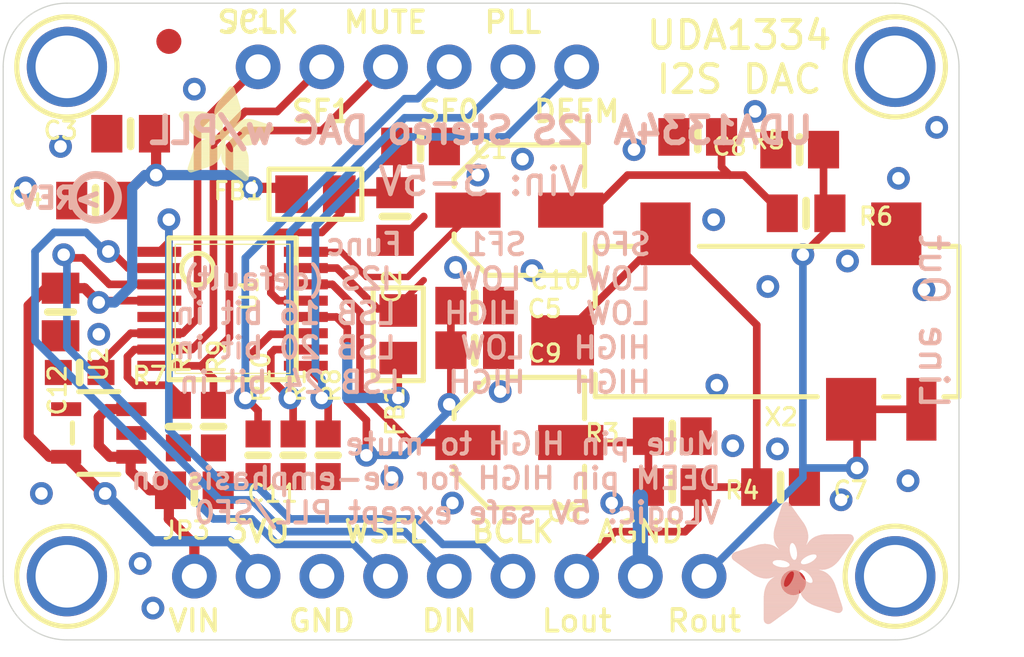
<source format=kicad_pcb>
(kicad_pcb (version 20211014) (generator pcbnew)
  (layers (0 "F.Cu" signal) (31 "B.Cu" signal) (34 "B.Paste" user) (35 "F.Paste" user) (36 "B.SilkS" user "B.Silkscreen") (37 "F.SilkS" user "F.Silkscreen") (38 "B.Mask" user) (39 "F.Mask" user) (44 "Edge.Cuts" user))
  (net 0 "")
  (net 1 "N$2")
  (net 2 "GND")
  (net 3 "N$7")
  (net 4 "N$8")
  (net 5 "OUTL")
  (net 6 "OUTR")
  (net 7 "N$1")
  (net 8 "DEEM/CLKOUT")
  (net 9 "MUTE")
  (net 10 "SFOR0")
  (net 11 "SFOR1")
  (net 12 "PLL_IN")
  (net 13 "SYSCLK_IN")
  (net 14 "BITCLK_IN")
  (net 15 "WORDSEL_IN")
  (net 16 "DATA_IN")
  (net 17 "3.3V")
  (net 18 "VIN")
  (net 19 "N$3")
  (net 20 "N$4")
  (net 21 "AGND")
  (footprint "boardEagle:0805-NO" (layer "F.Cu") (at 161.2011 98.1456 180)
    (fp_text reference "C8" (at 2.032 0.127) (layer "F.SilkS") (effects (font (size 0.692831 0.692831) (thickness 0.119969)) (justify right)))
    (fp_text value "0.01uF")
    (pad "1" smd rect (at -0.95 0 180) (size 1.24 1.5) (layers "F.Cu" "F.Paste" "F.Mask") (net 6 "OUTR"))
    (pad "2" smd rect (at 0.95 0 180) (size 1.24 1.5) (layers "F.Cu" "F.Paste" "F.Mask") (net 21 "AGND"))
  )
  (footprint "boardEagle:0805-NO" (layer "F.Cu") (at 157.1371 97.6376)
    (fp_text reference "R5" (at 2.032 0.127) (layer "F.SilkS") (effects (font (size 0.692831 0.692831) (thickness 0.119969)) (justify left)))
    (fp_text value "220k")
    (pad "1" smd rect (at -0.95 0) (size 1.24 1.5) (layers "F.Cu" "F.Paste" "F.Mask") (net 21 "AGND"))
    (pad "2" smd rect (at 0.95 0) (size 1.24 1.5) (layers "F.Cu" "F.Paste" "F.Mask") (net 4 "N$8"))
  )
  (footprint "boardEagle:0805-NO" (layer "F.Cu") (at 161.4551 100.6856)
    (fp_text reference "R6" (at 2.032 0.127) (layer "F.SilkS") (effects (font (size 0.692831 0.692831) (thickness 0.119969)) (justify left)))
    (fp_text value "100")
    (pad "1" smd rect (at -0.95 0) (size 1.24 1.5) (layers "F.Cu" "F.Paste" "F.Mask") (net 4 "N$8"))
    (pad "2" smd rect (at 0.95 0) (size 1.24 1.5) (layers "F.Cu" "F.Paste" "F.Mask") (net 6 "OUTR"))
  )
  (footprint "boardEagle:0805" (layer "F.Cu") (at 145.1991 105.5116 -90)
    (fp_text reference "FB2" (at 2.032 0.127 90) (layer "F.SilkS") (effects (font (size 0.692831 0.692831) (thickness 0.119969)) (justify right)))
    (fp_text value "Ferrite")
    (pad "1" smd rect (at -0.95 0 270) (size 1.3 1.5) (layers "F.Cu" "F.Paste" "F.Mask") (net 21 "AGND"))
    (pad "2" smd rect (at 0.95 0 270) (size 1.3 1.5) (layers "F.Cu" "F.Paste" "F.Mask") (net 2 "GND"))
  )
  (footprint "boardEagle:MOUNTINGHOLE_2.5_PLATED" (layer "F.Cu") (at 165.0111 94.8436)
    (fp_text reference "U$14" hide)
    (fp_text value "MOUNTINGHOLE2.5" hide)
    (pad "P$1" thru_hole circle (at 0 0) (size 3.2 3.2) (drill 2.5) (layers *.Cu *.Mask))
  )
  (footprint "boardEagle:0805-NO" (layer "F.Cu") (at 156.1211 109.5756 180)
    (fp_text reference "R3" (at 2.032 0.127) (layer "F.SilkS") (effects (font (size 0.692831 0.692831) (thickness 0.119969)) (justify right)))
    (fp_text value "220k")
    (pad "1" smd rect (at -0.95 0 180) (size 1.24 1.5) (layers "F.Cu" "F.Paste" "F.Mask") (net 21 "AGND"))
    (pad "2" smd rect (at 0.95 0 180) (size 1.24 1.5) (layers "F.Cu" "F.Paste" "F.Mask") (net 3 "N$7"))
  )
  (footprint "boardEagle:SSOP16_4.4MM" (layer "F.Cu") (at 138.5951 104.4956 -90)
    (fp_text reference "U1" (at -1.367 -0.6604 90) (layer "F.SilkS") (effects (font (size 0.692831 0.692831) (thickness 0.119969)) (justify right)))
    (fp_text value "UDA1334ATS")
    (pad "1" smd rect (at -2.275 2.92 270) (size 0.4 1.75) (layers "F.Cu" "F.Paste" "F.Mask") (net 14 "BITCLK_IN"))
    (pad "2" smd rect (at -1.625 2.92 270) (size 0.4 1.75) (layers "F.Cu" "F.Paste" "F.Mask") (net 15 "WORDSEL_IN"))
    (pad "3" smd rect (at -0.975 2.92 270) (size 0.4 1.75) (layers "F.Cu" "F.Paste" "F.Mask") (net 16 "DATA_IN"))
    (pad "4" smd rect (at -0.325 2.92 270) (size 0.4 1.75) (layers "F.Cu" "F.Paste" "F.Mask") (net 17 "3.3V"))
    (pad "5" smd rect (at 0.325 2.92 270) (size 0.4 1.75) (layers "F.Cu" "F.Paste" "F.Mask") (net 2 "GND"))
    (pad "6" smd rect (at 0.975 2.92 270) (size 0.4 1.75) (layers "F.Cu" "F.Paste" "F.Mask") (net 13 "SYSCLK_IN"))
    (pad "7" smd rect (at 1.625 2.92 270) (size 0.4 1.75) (layers "F.Cu" "F.Paste" "F.Mask") (net 11 "SFOR1"))
    (pad "8" smd rect (at 2.275 2.92 270) (size 0.4 1.75) (layers "F.Cu" "F.Paste" "F.Mask") (net 9 "MUTE"))
    (pad "9" smd rect (at 2.275 -2.92 270) (size 0.4 1.75) (layers "F.Cu" "F.Paste" "F.Mask") (net 8 "DEEM/CLKOUT"))
    (pad "10" smd rect (at 1.625 -2.92 270) (size 0.4 1.75) (layers "F.Cu" "F.Paste" "F.Mask") (net 12 "PLL_IN"))
    (pad "11" smd rect (at 0.975 -2.92 270) (size 0.4 1.75) (layers "F.Cu" "F.Paste" "F.Mask") (net 10 "SFOR0"))
    (pad "12" smd rect (at 0.325 -2.92 270) (size 0.4 1.75) (layers "F.Cu" "F.Paste" "F.Mask") (net 7 "N$1"))
    (pad "13" smd rect (at -0.325 -2.92 270) (size 0.4 1.75) (layers "F.Cu" "F.Paste" "F.Mask") (net 1 "N$2"))
    (pad "14" smd rect (at -0.975 -2.92 270) (size 0.4 1.75) (layers "F.Cu" "F.Paste" "F.Mask") (net 20 "N$4"))
    (pad "15" smd rect (at -1.625 -2.92 270) (size 0.4 1.75) (layers "F.Cu" "F.Paste" "F.Mask") (net 21 "AGND"))
    (pad "16" smd rect (at -2.275 -2.92 270) (size 0.4 1.75) (layers "F.Cu" "F.Paste" "F.Mask") (net 19 "N$3"))
  )
  (footprint "boardEagle:0805-NO" (layer "F.Cu") (at 133.1341 100.1776 180)
    (fp_text reference "C4" (at 2.032 0.127) (layer "F.SilkS") (effects (font (size 0.692831 0.692831) (thickness 0.119969)) (justify right)))
    (fp_text value "10uF")
    (pad "1" smd rect (at -0.95 0 180) (size 1.24 1.5) (layers "F.Cu" "F.Paste" "F.Mask") (net 17 "3.3V"))
    (pad "2" smd rect (at 0.95 0 180) (size 1.24 1.5) (layers "F.Cu" "F.Paste" "F.Mask") (net 2 "GND"))
  )
  (footprint "boardEagle:FIDUCIAL_1MM" (layer "F.Cu") (at 160.9471 115.4176)
    (fp_text reference "FID2" hide)
    (fp_text value "FIDUCIAL_1MM" hide)
    (pad "1" smd roundrect (at 0 0) (size 1 1) (layers "F.Cu" "F.Mask") (roundrect_rratio 0.5))
  )
  (footprint "boardEagle:MOUNTINGHOLE_2.5_PLATED" (layer "F.Cu") (at 131.9911 94.8436)
    (fp_text reference "U$13" hide)
    (fp_text value "MOUNTINGHOLE2.5" hide)
    (pad "P$1" thru_hole circle (at 0 0) (size 3.2 3.2) (drill 2.5) (layers *.Cu *.Mask))
  )
  (footprint "boardEagle:FIDUCIAL_1MM" (layer "F.Cu") (at 136.0551 93.8276)
    (fp_text reference "FID1" hide)
    (fp_text value "FIDUCIAL_1MM" hide)
    (pad "1" smd roundrect (at 0 0) (size 1 1) (layers "F.Cu" "F.Mask") (roundrect_rratio 0.5))
  )
  (footprint "boardEagle:0805-NO" (layer "F.Cu") (at 156.1211 111.6076)
    (fp_text reference "R4" (at 2.032 0.127) (layer "F.SilkS") (effects (font (size 0.692831 0.692831) (thickness 0.119969)) (justify left)))
    (fp_text value "100")
    (pad "1" smd rect (at -0.95 0) (size 1.24 1.5) (layers "F.Cu" "F.Paste" "F.Mask") (net 3 "N$7"))
    (pad "2" smd rect (at 0.95 0) (size 1.24 1.5) (layers "F.Cu" "F.Paste" "F.Mask") (net 5 "OUTL"))
  )
  (footprint "boardEagle:4UCONN_19269" (layer "F.Cu") (at 167.5511 105.0036 180)
    (fp_text reference "X2" (at 6.35 -3.81) (layer "F.SilkS") (effects (font (size 0.692831 0.692831) (thickness 0.119969)) (justify right)))
    (fp_text value "19269")
    (pad "" np_thru_hole circle (at 3.5 0 180) (size 2 2) (drill 2) (layers *.Cu *.Mask))
    (pad "" np_thru_hole circle (at 10.5 0 180) (size 2 2) (drill 2) (layers *.Cu *.Mask))
    (pad "1" smd rect (at 2.5 3.5 180) (size 2 2.5) (layers "F.Cu" "F.Paste" "F.Mask") (net 21 "AGND"))
    (pad "2" smd rect (at 11.7 3.5 180) (size 2 2.5) (layers "F.Cu" "F.Paste" "F.Mask") (net 5 "OUTL"))
    (pad "3" smd rect (at 4.3 -3.5 180) (size 2 2.5) (layers "F.Cu" "F.Paste" "F.Mask") (net 6 "OUTR"))
    (pad "4" smd rect (at 15.8 -0.75 270) (size 2 2.5) (layers "F.Cu" "F.Paste" "F.Mask") (net 5 "OUTL"))
    (pad "5" smd rect (at 1.5 -3.5 180) (size 1.2 2.5) (layers "F.Cu" "F.Paste" "F.Mask") (net 6 "OUTR"))
  )
  (footprint "boardEagle:0805-NO" (layer "F.Cu") (at 160.4391 111.6076)
    (fp_text reference "C7" (at 2.032 0.127) (layer "F.SilkS") (effects (font (size 0.692831 0.692831) (thickness 0.119969)) (justify left)))
    (fp_text value "0.01uF")
    (pad "1" smd rect (at -0.95 0) (size 1.24 1.5) (layers "F.Cu" "F.Paste" "F.Mask") (net 5 "OUTL"))
    (pad "2" smd rect (at 0.95 0) (size 1.24 1.5) (layers "F.Cu" "F.Paste" "F.Mask") (net 21 "AGND"))
  )
  (footprint "boardEagle:ADAFRUIT_3.5MM" (layer "F.Cu") (at 136.4361 99.4156)
    (fp_text reference "U$29" hide)
    (fp_text value "" hide)
  )
  (footprint "boardEagle:0805-NO" (layer "F.Cu") (at 146.0881 98.0186)
    (fp_text reference "C1" (at 2.032 0.127) (layer "F.SilkS") (effects (font (size 0.692831 0.692831) (thickness 0.119969)) (justify left)))
    (fp_text value "0.1uF")
    (pad "1" smd rect (at -0.95 0) (size 1.24 1.5) (layers "F.Cu" "F.Paste" "F.Mask") (net 1 "N$2"))
    (pad "2" smd rect (at 0.95 0) (size 1.24 1.5) (layers "F.Cu" "F.Paste" "F.Mask") (net 21 "AGND"))
  )
  (footprint "boardEagle:SOT23-5" (layer "F.Cu") (at 133.2611 109.4486 90)
    (fp_text reference "U2" (at 1.978 0 90) (layer "F.SilkS") (effects (font (size 0.692831 0.692831) (thickness 0.119969)) (justify left)))
    (fp_text value "MIC5225-3.3")
    (pad "1" smd rect (at -0.95 1.3001 90) (size 0.55 1.2) (layers "F.Cu" "F.Paste" "F.Mask") (net 18 "VIN"))
    (pad "2" smd rect (at 0 1.3001 90) (size 0.55 1.2) (layers "F.Cu" "F.Paste" "F.Mask") (net 2 "GND"))
    (pad "3" smd rect (at 0.95 1.3001 90) (size 0.55 1.2) (layers "F.Cu" "F.Paste" "F.Mask") (net 18 "VIN"))
    (pad "4" smd rect (at 0.95 -1.3001 90) (size 0.55 1.2) (layers "F.Cu" "F.Paste" "F.Mask"))
    (pad "5" smd rect (at -0.95 -1.3001 90) (size 0.55 1.2) (layers "F.Cu" "F.Paste" "F.Mask") (net 17 "3.3V"))
  )
  (footprint "boardEagle:0805" (layer "F.Cu") (at 141.8971 99.9236 180)
    (fp_text reference "FB1" (at 2.032 0.127) (layer "F.SilkS") (effects (font (size 0.692831 0.692831) (thickness 0.119969)) (justify right)))
    (fp_text value "Ferrite")
    (pad "1" smd rect (at -0.95 0 180) (size 1.3 1.5) (layers "F.Cu" "F.Paste" "F.Mask") (net 1 "N$2"))
    (pad "2" smd rect (at 0.95 0 180) (size 1.3 1.5) (layers "F.Cu" "F.Paste" "F.Mask") (net 17 "3.3V"))
  )
  (footprint "boardEagle:1X06_ROUND_70" (layer "F.Cu") (at 145.9611 94.8436)
    (fp_text reference "JP1" (at -7.6962 -1.8288) (layer "F.SilkS") (effects (font (size 0.692831 0.692831) (thickness 0.119969)) (justify left)))
    (fp_text value "")
    (pad "1" thru_hole circle (at -6.35 0 90) (size 1.778 1.778) (drill 1) (layers *.Cu *.Mask) (net 13 "SYSCLK_IN"))
    (pad "2" thru_hole circle (at -3.81 0 90) (size 1.778 1.778) (drill 1) (layers *.Cu *.Mask) (net 11 "SFOR1"))
    (pad "3" thru_hole circle (at -1.27 0 90) (size 1.778 1.778) (drill 1) (layers *.Cu *.Mask) (net 9 "MUTE"))
    (pad "4" thru_hole circle (at 1.27 0 90) (size 1.778 1.778) (drill 1) (layers *.Cu *.Mask) (net 10 "SFOR0"))
    (pad "5" thru_hole circle (at 3.81 0 90) (size 1.778 1.778) (drill 1) (layers *.Cu *.Mask) (net 12 "PLL_IN"))
    (pad "6" thru_hole circle (at 6.35 0 90) (size 1.778 1.778) (drill 1) (layers *.Cu *.Mask) (net 8 "DEEM/CLKOUT"))
  )
  (footprint "boardEagle:PANASONIC_C" (layer "F.Cu") (at 150.0251 109.8296 180)
    (fp_text reference "C6" (at -2.54 -2.794) (layer "F.SilkS") (effects (font (size 0.692831 0.692831) (thickness 0.119969)) (justify right)))
    (fp_text value "47uF")
    (pad "+" smd rect (at 2.05 0 180) (size 2.6 1.4) (layers "F.Cu" "F.Paste" "F.Mask") (net 20 "N$4"))
    (pad "-" smd rect (at -2.05 0 180) (size 2.6 1.4) (layers "F.Cu" "F.Paste" "F.Mask") (net 3 "N$7"))
  )
  (footprint "boardEagle:PANASONIC_C" (layer "F.Cu") (at 150.0251 100.5586 180)
    (fp_text reference "C10" (at -2.54 -2.794) (layer "F.SilkS") (effects (font (size 0.692831 0.692831) (thickness 0.119969)) (justify right)))
    (fp_text value "47uF")
    (pad "+" smd rect (at 2.05 0 180) (size 2.6 1.4) (layers "F.Cu" "F.Paste" "F.Mask") (net 19 "N$3"))
    (pad "-" smd rect (at -2.05 0 180) (size 2.6 1.4) (layers "F.Cu" "F.Paste" "F.Mask") (net 4 "N$8"))
  )
  (footprint "boardEagle:0805-NO" (layer "F.Cu") (at 134.5311 97.5106 180)
    (fp_text reference "C3" (at 2.032 0.127) (layer "F.SilkS") (effects (font (size 0.692831 0.692831) (thickness 0.119969)) (justify right)))
    (fp_text value "0.1uF")
    (pad "1" smd rect (at -0.95 0 180) (size 1.24 1.5) (layers "F.Cu" "F.Paste" "F.Mask") (net 17 "3.3V"))
    (pad "2" smd rect (at 0.95 0 180) (size 1.24 1.5) (layers "F.Cu" "F.Paste" "F.Mask") (net 2 "GND"))
  )
  (footprint "boardEagle:0603-NO" (layer "F.Cu") (at 139.6111 110.3376 90)
    (fp_text reference "R10" (at 2.032 0.127 90) (layer "F.SilkS") (effects (font (size 0.692831 0.692831) (thickness 0.119969)) (justify left)))
    (fp_text value "10k")
    (pad "1" smd rect (at -0.85 0 90) (size 1.075 1) (layers "F.Cu" "F.Paste" "F.Mask") (net 2 "GND"))
    (pad "2" smd rect (at 0.85 0 90) (size 1.075 1) (layers "F.Cu" "F.Paste" "F.Mask") (net 10 "SFOR0"))
  )
  (footprint "boardEagle:0603-NO" (layer "F.Cu") (at 132.4991 107.0356)
    (fp_text reference "R7" (at 2.032 0.127) (layer "F.SilkS") (effects (font (size 0.692831 0.692831) (thickness 0.119969)) (justify left)))
    (fp_text value "10k")
    (pad "1" smd rect (at -0.85 0) (size 1.075 1) (layers "F.Cu" "F.Paste" "F.Mask") (net 2 "GND"))
    (pad "2" smd rect (at 0.85 0) (size 1.075 1) (layers "F.Cu" "F.Paste" "F.Mask") (net 13 "SYSCLK_IN"))
  )
  (footprint "boardEagle:0805-NO" (layer "F.Cu") (at 145.0721 100.8126 -90)
    (fp_text reference "C2" (at 2.032 0.127 90) (layer "F.SilkS") (effects (font (size 0.692831 0.692831) (thickness 0.119969)) (justify right)))
    (fp_text value "10uF")
    (pad "1" smd rect (at -0.95 0 270) (size 1.24 1.5) (layers "F.Cu" "F.Paste" "F.Mask") (net 1 "N$2"))
    (pad "2" smd rect (at 0.95 0 270) (size 1.24 1.5) (layers "F.Cu" "F.Paste" "F.Mask") (net 21 "AGND"))
  )
  (footprint "boardEagle:0603-NO" (layer "F.Cu") (at 136.4361 109.1946 90)
    (fp_text reference "R2" (at 2.032 0.127 90) (layer "F.SilkS") (effects (font (size 0.692831 0.692831) (thickness 0.119969)) (justify left)))
    (fp_text value "10k")
    (pad "1" smd rect (at -0.85 0 90) (size 1.075 1) (layers "F.Cu" "F.Paste" "F.Mask") (net 2 "GND"))
    (pad "2" smd rect (at 0.85 0 90) (size 1.075 1) (layers "F.Cu" "F.Paste" "F.Mask") (net 11 "SFOR1"))
  )
  (footprint "boardEagle:0805-NO" (layer "F.Cu") (at 148.2471 106.1466)
    (fp_text reference "C9" (at 2.032 0.127) (layer "F.SilkS") (effects (font (size 0.692831 0.692831) (thickness 0.119969)) (justify left)))
    (fp_text value "0.1uF")
    (pad "1" smd rect (at -0.95 0) (size 1.24 1.5) (layers "F.Cu" "F.Paste" "F.Mask") (net 7 "N$1"))
    (pad "2" smd rect (at 0.95 0) (size 1.24 1.5) (layers "F.Cu" "F.Paste" "F.Mask") (net 21 "AGND"))
  )
  (footprint "boardEagle:0603-NO" (layer "F.Cu") (at 142.4051 110.3376 90)
    (fp_text reference "R8" (at 2.032 0.127 90) (layer "F.SilkS") (effects (font (size 0.692831 0.692831) (thickness 0.119969)) (justify left)))
    (fp_text value "10k")
    (pad "1" smd rect (at -0.85 0 90) (size 1.075 1) (layers "F.Cu" "F.Paste" "F.Mask") (net 2 "GND"))
    (pad "2" smd rect (at 0.85 0 90) (size 1.075 1) (layers "F.Cu" "F.Paste" "F.Mask") (net 8 "DEEM/CLKOUT"))
  )
  (footprint "boardEagle:MOUNTINGHOLE_2.5_PLATED" (layer "F.Cu") (at 165.0111 115.1636)
    (fp_text reference "U$12" hide)
    (fp_text value "MOUNTINGHOLE2.5" hide)
    (pad "P$1" thru_hole circle (at 0 0) (size 3.2 3.2) (drill 2.5) (layers *.Cu *.Mask))
  )
  (footprint "boardEagle:1X09_ROUND_70" (layer "F.Cu") (at 147.2311 115.1636)
    (fp_text reference "JP3" (at -11.5062 -1.8288) (layer "F.SilkS") (effects (font (size 0.692831 0.692831) (thickness 0.119969)) (justify left)))
    (fp_text value "")
    (pad "1" thru_hole circle (at -10.16 0 90) (size 1.778 1.778) (drill 1) (layers *.Cu *.Mask) (net 18 "VIN"))
    (pad "2" thru_hole circle (at -7.62 0 90) (size 1.778 1.778) (drill 1) (layers *.Cu *.Mask) (net 17 "3.3V"))
    (pad "3" thru_hole circle (at -5.08 0 90) (size 1.778 1.778) (drill 1) (layers *.Cu *.Mask) (net 2 "GND"))
    (pad "4" thru_hole circle (at -2.54 0 90) (size 1.778 1.778) (drill 1) (layers *.Cu *.Mask) (net 15 "WORDSEL_IN"))
    (pad "5" thru_hole circle (at 0 0 90) (size 1.778 1.778) (drill 1) (layers *.Cu *.Mask) (net 16 "DATA_IN"))
    (pad "6" thru_hole circle (at 2.54 0 90) (size 1.778 1.778) (drill 1) (layers *.Cu *.Mask) (net 14 "BITCLK_IN"))
    (pad "7" thru_hole circle (at 5.08 0 90) (size 1.778 1.778) (drill 1) (layers *.Cu *.Mask) (net 5 "OUTL"))
    (pad "8" thru_hole circle (at 7.62 0 90) (size 1.778 1.778) (drill 1) (layers *.Cu *.Mask) (net 21 "AGND"))
    (pad "9" thru_hole circle (at 10.16 0 90) (size 1.778 1.778) (drill 1) (layers *.Cu *.Mask) (net 6 "OUTR"))
  )
  (footprint "boardEagle:0805-NO" (layer "F.Cu") (at 148.2471 104.3686)
    (fp_text reference "C5" (at 2.032 0.127) (layer "F.SilkS") (effects (font (size 0.692831 0.692831) (thickness 0.119969)) (justify left)))
    (fp_text value "10uF")
    (pad "1" smd rect (at -0.95 0) (size 1.24 1.5) (layers "F.Cu" "F.Paste" "F.Mask") (net 7 "N$1"))
    (pad "2" smd rect (at 0.95 0) (size 1.24 1.5) (layers "F.Cu" "F.Paste" "F.Mask") (net 21 "AGND"))
  )
  (footprint "boardEagle:MOUNTINGHOLE_2.5_PLATED" (layer "F.Cu") (at 131.9911 115.1636)
    (fp_text reference "U$11" hide)
    (fp_text value "MOUNTINGHOLE2.5" hide)
    (pad "P$1" thru_hole circle (at 0 0) (size 3.2 3.2) (drill 2.5) (layers *.Cu *.Mask))
  )
  (footprint "boardEagle:0805-NO" (layer "F.Cu") (at 137.0711 111.7346)
    (fp_text reference "C11" (at 2.032 0.127) (layer "F.SilkS") (effects (font (size 0.692831 0.692831) (thickness 0.119969)) (justify left)))
    (fp_text value "10uF")
    (pad "1" smd rect (at -0.95 0) (size 1.24 1.5) (layers "F.Cu" "F.Paste" "F.Mask") (net 18 "VIN"))
    (pad "2" smd rect (at 0.95 0) (size 1.24 1.5) (layers "F.Cu" "F.Paste" "F.Mask") (net 2 "GND"))
  )
  (footprint "boardEagle:0805-NO" (layer "F.Cu") (at 131.7371 104.6226 -90)
    (fp_text reference "C12" (at 2.032 0.127 90) (layer "F.SilkS") (effects (font (size 0.692831 0.692831) (thickness 0.119969)) (justify right)))
    (fp_text value "10uF")
    (pad "1" smd rect (at -0.95 0 270) (size 1.24 1.5) (layers "F.Cu" "F.Paste" "F.Mask") (net 17 "3.3V"))
    (pad "2" smd rect (at 0.95 0 270) (size 1.24 1.5) (layers "F.Cu" "F.Paste" "F.Mask") (net 2 "GND"))
  )
  (footprint "boardEagle:0603-NO" (layer "F.Cu") (at 137.8331 109.1946 90)
    (fp_text reference "R9" (at 2.032 0.127 90) (layer "F.SilkS") (effects (font (size 0.692831 0.692831) (thickness 0.119969)) (justify left)))
    (fp_text value "10k")
    (pad "1" smd rect (at -0.85 0 90) (size 1.075 1) (layers "F.Cu" "F.Paste" "F.Mask") (net 2 "GND"))
    (pad "2" smd rect (at 0.85 0 90) (size 1.075 1) (layers "F.Cu" "F.Paste" "F.Mask") (net 9 "MUTE"))
  )
  (footprint "boardEagle:0603-NO" (layer "F.Cu") (at 141.0081 110.3376 90)
    (fp_text reference "R1" (at 2.032 0.127 90) (layer "F.SilkS") (effects (font (size 0.692831 0.692831) (thickness 0.119969)) (justify left)))
    (fp_text value "10k")
    (pad "1" smd rect (at -0.85 0 90) (size 1.075 1) (layers "F.Cu" "F.Paste" "F.Mask") (net 2 "GND"))
    (pad "2" smd rect (at 0.85 0 90) (size 1.075 1) (layers "F.Cu" "F.Paste" "F.Mask") (net 12 "PLL_IN"))
  )
  (footprint "boardEagle:ADAFRUIT_5MM" (layer "B.Cu") (at 163.3601 117.0686 180)
    (fp_text reference "U$6" hide)
    (fp_text value "" hide)
  )
  (footprint "boardEagle:PCBFEAT-REV-040" (layer "B.Cu") (at 133.1341 100.0506 180)
    (fp_text reference "U$5" hide)
    (fp_text value "" hide)
    (fp_text user ">REV" (at -0.3556 -0.508) (layer "B.SilkS") (effects (font (size 0.8128 0.8128) (thickness 0.2032)) (justify left bottom mirror)))
  )
  (gr_arc (start 131.9911 117.7036) (mid 130.195049 116.959651) (end 129.4511 115.1636) (layer "Edge.Cuts") (width 0.05))
  (gr_line (start 131.9911 92.3036) (end 165.0111 92.3036) (layer "Edge.Cuts") (width 0.05))
  (gr_line (start 167.5511 94.8436) (end 167.5511 115.1636) (layer "Edge.Cuts") (width 0.05))
  (gr_arc (start 167.5511 115.1636) (mid 166.807151 116.959651) (end 165.0111 117.7036) (layer "Edge.Cuts") (width 0.05))
  (gr_arc (start 165.0111 92.3036) (mid 166.807151 93.047549) (end 167.5511 94.8436) (layer "Edge.Cuts") (width 0.05))
  (gr_line (start 165.0111 117.7036) (end 131.9911 117.7036) (layer "Edge.Cuts") (width 0.05))
  (gr_line (start 129.4511 115.1636) (end 129.4511 94.8436) (layer "Edge.Cuts") (width 0.05))
  (gr_arc (start 129.4511 94.8436) (mid 130.195049 93.047549) (end 131.9911 92.3036) (layer "Edge.Cuts") (width 0.05))
  (gr_text "UDA1334A I2S Stereo DAC w/PLL" (at 148.5011 97.3836) (layer "B.SilkS") (effects (font (size 1.0414 1.0414) (thickness 0.2286)) (justify mirror)))
  (gr_text "Mute pin HIGH to mute\nDEEM pin HIGH for de-emphasis on\nVLogic: 5V safe except PLL/SF0" (at 158.1531 113.1316) (layer "B.SilkS") (effects (font (size 0.85344 0.85344) (thickness 0.16256)) (justify left bottom mirror)))
  (gr_text "SF0    SF1    Func\nLOW    LOW    I2S (default)\nLOW    HIGH   LSB 16 bit in\nHIGH   LOW    LSB 20 bit in\nHIGH   HIGH   LSB 24 bit in" (at 155.3591 107.9246) (layer "B.SilkS") (effects (font (size 0.85344 0.85344) (thickness 0.16256)) (justify left bottom mirror)))
  (gr_text "Line Out" (at 166.5351 105.0036 -90) (layer "B.SilkS") (effects (font (size 1.0922 1.0922) (thickness 0.1778)) (justify mirror)))
  (gr_text "Vin: 3-5V" (at 148.5011 99.4156) (layer "B.SilkS") (effects (font (size 1.0922 1.0922) (thickness 0.1778)) (justify mirror)))
  (gr_text "PLL" (at 149.7711 93.0656) (layer "F.SilkS") (effects (font (size 0.85344 0.85344) (thickness 0.16256))))
  (gr_text "MUTE" (at 144.6911 93.0656) (layer "F.SilkS") (effects (font (size 0.85344 0.85344) (thickness 0.16256))))
  (gr_text "AGND" (at 154.8511 113.3856) (layer "F.SilkS") (effects (font (size 0.87376 0.87376) (thickness 0.14224))))
  (gr_text "Lout" (at 152.3111 116.9416) (layer "F.SilkS") (effects (font (size 0.8636 0.8636) (thickness 0.1524))))
  (gr_text "GND" (at 142.1511 116.9416) (layer "F.SilkS") (effects (font (size 0.85344 0.85344) (thickness 0.16256))))
  (gr_text "DIN" (at 147.2311 116.9416) (layer "F.SilkS") (effects (font (size 0.85344 0.85344) (thickness 0.16256))))
  (gr_text "SF0" (at 147.2311 96.6216) (layer "F.SilkS") (effects (font (size 0.85344 0.85344) (thickness 0.16256))))
  (gr_text "UDA1334\nI2S DAC" (at 158.7881 94.4626) (layer "F.SilkS") (effects (font (size 1.0922 1.0922) (thickness 0.1778))))
  (gr_text "3VO" (at 139.6111 113.3856) (layer "F.SilkS") (effects (font (size 0.85344 0.85344) (thickness 0.16256))))
  (gr_text "Rout" (at 157.3911 116.9416) (layer "F.SilkS") (effects (font (size 0.8636 0.8636) (thickness 0.1524))))
  (gr_text "SCLK" (at 139.6111 93.0656) (layer "F.SilkS") (effects (font (size 0.85344 0.85344) (thickness 0.16256))))
  (gr_text "SF1" (at 142.1511 96.6216) (layer "F.SilkS") (effects (font (size 0.85344 0.85344) (thickness 0.16256))))
  (gr_text "DEEM" (at 152.3111 96.6216) (layer "F.SilkS") (effects (font (size 0.85344 0.85344) (thickness 0.16256))))
  (gr_text "BCLK" (at 149.7711 113.3856) (layer "F.SilkS") (effects (font (size 0.85344 0.85344) (thickness 0.16256))))
  (gr_text "VIN" (at 137.0711 116.9416) (layer "F.SilkS") (effects (font (size 0.85344 0.85344) (thickness 0.16256))))
  (gr_text "WSEL" (at 144.6911 113.3856) (layer "F.SilkS") (effects (font (size 0.85344 0.85344) (thickness 0.16256))))
  (segment (start 142.1511 101.4476) (end 142.9131 100.6856) (width 0.3048) (layer "F.Cu") (net 1))
  (segment (start 140.3731 101.4476) (end 142.1511 101.4476) (width 0.3048) (layer "F.Cu") (net 1))
  (segment (start 145.0671 99.8576) (end 145.0721 99.8626) (width 0.3048) (layer "F.Cu") (net 1))
  (segment (start 142.9131 99.8576) (end 145.0671 99.8576) (width 0.3048) (layer "F.Cu") (net 1))
  (segment (start 140.1191 103.8606) (end 140.1191 101.7016) (width 0.3048) (layer "F.Cu") (net 1))
  (segment (start 145.1381 99.7966) (end 145.0721 99.8626) (width 0.3048) (layer "F.Cu") (net 1))
  (segment (start 142.9131 100.6856) (end 142.9131 99.8576) (width 0.3048) (layer "F.Cu") (net 1))
  (segment (start 140.1191 101.7016) (end 140.3731 101.4476) (width 0.3048) (layer "F.Cu") (net 1))
  (segment (start 142.9131 99.8576) (end 142.8471 99.9236) (width 0.3048) (layer "F.Cu") (net 1))
  (segment (start 141.5151 104.1706) (end 140.4291 104.1706) (width 0.3048) (layer "F.Cu") (net 1))
  (segment (start 140.4291 104.1706) (end 140.1191 103.8606) (width 0.3048) (layer "F.Cu") (net 1))
  (segment (start 145.1381 98.0186) (end 145.1381 99.7966) (width 0.3048) (layer "F.Cu") (net 1))
  (segment (start 145.1991 106.4616) (end 145.1991 108.0516) (width 0.3048) (layer "F.Cu") (net 2))
  (via (at 137.0711 95.7326) (size 0.9064) (drill 0.5) (layers "F.Cu" "B.Cu") (net 2))
  (via (at 134.9121 114.6556) (size 0.9064) (drill 0.5) (layers "F.Cu" "B.Cu") (net 2))
  (via (at 133.2611 105.5116) (size 0.9064) (drill 0.5) (layers "F.Cu" "B.Cu") (net 2))
  (via (at 130.3401 99.6696) (size 0.9064) (drill 0.5) (layers "F.Cu" "B.Cu") (net 2))
  (via (at 130.9751 111.8616) (size 0.9064) (drill 0.5) (layers "F.Cu" "B.Cu") (net 2))
  (via (at 135.4201 116.4336) (size 0.9064) (drill 0.5) (layers "F.Cu" "B.Cu") (net 2))
  (via (at 131.7371 98.0186) (size 0.9064) (drill 0.5) (layers "F.Cu" "B.Cu") (net 2))
  (via (at 145.1991 108.0516) (size 0.9064) (drill 0.5) (layers "F.Cu" "B.Cu") (net 2))
  (segment (start 145.1991 108.0516) (end 143.1671 108.0516) (width 0.4064) (layer "B.Cu") (net 2))
  (segment (start 143.1671 108.0516) (end 143.1671 106.0196) (width 0.4064) (layer "B.Cu") (net 2))
  (segment (start 154.9171 109.8296) (end 155.1711 109.5756) (width 0.3048) (layer "F.Cu") (net 3))
  (segment (start 155.1711 111.6076) (end 155.1711 109.5756) (width 0.3048) (layer "F.Cu") (net 3))
  (segment (start 152.0751 109.8296) (end 154.9171 109.8296) (width 0.3048) (layer "F.Cu") (net 3))
  (segment (start 158.0871 98.8416) (end 158.4071 99.1616) (width 0.3048) (layer "F.Cu") (net 4))
  (segment (start 152.9461 100.5586) (end 152.0751 100.5586) (width 0.254) (layer "F.Cu") (net 4))
  (segment (start 158.4071 99.1616) (end 158.9811 99.1616) (width 0.3048) (layer "F.Cu") (net 4))
  (segment (start 153.0731 100.4316) (end 152.9461 100.5586) (width 0.254) (layer "F.Cu") (net 4))
  (segment (start 158.9811 99.1616) (end 160.5051 100.6856) (width 0.3048) (layer "F.Cu") (net 4))
  (segment (start 153.0731 100.4316) (end 154.3431 99.1616) (width 0.3048) (layer "F.Cu") (net 4))
  (segment (start 154.3431 99.1616) (end 158.4071 99.1616) (width 0.3048) (layer "F.Cu") (net 4))
  (segment (start 158.0871 97.6376) (end 158.0871 98.8416) (width 0.3048) (layer "F.Cu") (net 4))
  (segment (start 153.8351 113.3856) (end 156.6291 113.3856) (width 0.3048) (layer "F.Cu") (net 5))
  (segment (start 151.7511 105.6036) (end 155.8511 101.5036) (width 0.3048) (layer "F.Cu") (net 5))
  (segment (start 157.1371 111.6736) (end 157.0711 111.6076) (width 0.3048) (layer "F.Cu") (net 5))
  (segment (start 152.3111 115.1636) (end 152.3111 114.9096) (width 0.3048) (layer "F.Cu") (net 5))
  (segment (start 157.0711 111.6076) (end 159.4891 111.6076) (width 0.3048) (layer "F.Cu") (net 5))
  (segment (start 159.4891 105.1416) (end 155.8511 101.5036) (width 0.3048) (layer "F.Cu") (net 5))
  (segment (start 159.4891 111.6076) (end 159.4891 105.1416) (width 0.3048) (layer "F.Cu") (net 5))
  (segment (start 151.7511 105.7536) (end 151.7511 105.6036) (width 0.3048) (layer "F.Cu") (net 5))
  (segment (start 156.6291 113.3856) (end 157.1371 112.8776) (width 0.3048) (layer "F.Cu") (net 5))
  (segment (start 152.3111 114.9096) (end 153.8351 113.3856) (width 0.3048) (layer "F.Cu") (net 5))
  (segment (start 157.1371 112.8776) (end 157.1371 111.6736) (width 0.3048) (layer "F.Cu") (net 5))
  (segment (start 163.4871 108.7396) (end 163.4871 110.8456) (width 0.3048) (layer "F.Cu") (net 6))
  (segment (start 163.2511 108.5036) (end 163.4871 108.7396) (width 0.3048) (layer "F.Cu") (net 6))
  (segment (start 162.1511 98.1456) (end 162.1511 100.4316) (width 0.3048) (layer "F.Cu") (net 6))
  (segment (start 162.4051 100.6856) (end 162.4051 101.2596) (width 0.3048) (layer "F.Cu") (net 6))
  (segment (start 162.4051 101.2596) (end 161.3281 102.3366) (width 0.3048) (layer "F.Cu") (net 6))
  (segment (start 166.0511 108.5036) (end 163.2511 108.5036) (width 0.3048) (layer "F.Cu") (net 6))
  (segment (start 162.1511 100.4316) (end 162.4051 100.6856) (width 0.3048) (layer "F.Cu") (net 6))
  (via (at 163.4871 110.8456) (size 0.9064) (drill 0.5) (layers "F.Cu" "B.Cu") (net 6))
  (via (at 161.3281 102.3366) (size 0.9064) (drill 0.5) (layers "F.Cu" "B.Cu") (net 6))
  (segment (start 161.3281 110.8456) (end 161.3281 111.2266) (width 0.3048) (layer "B.Cu") (net 6))
  (segment (start 163.4871 110.8456) (end 161.3281 110.8456) (width 0.3048) (layer "B.Cu") (net 6))
  (segment (start 161.3281 102.3366) (end 161.3281 110.8456) (width 0.3048) (layer "B.Cu") (net 6))
  (segment (start 161.3281 111.2266) (end 157.3911 115.1636) (width 0.3048) (layer "B.Cu") (net 6))
  (segment (start 143.1671 105.2576) (end 143.1671 108.1786) (width 0.3048) (layer "F.Cu") (net 7))
  (segment (start 147.2971 104.3686) (end 147.2971 106.1466) (width 0.3048) (layer "F.Cu") (net 7))
  (segment (start 142.7301 104.8206) (end 143.1671 105.2576) (width 0.3048) (layer "F.Cu") (net 7))
  (segment (start 143.9291 108.9406) (end 143.9291 110.3376) (width 0.3048) (layer "F.Cu") (net 7))
  (segment (start 147.2971 108.2396) (end 147.2311 108.3056) (width 0.3048) (layer "F.Cu") (net 7))
  (segment (start 143.1671 108.1786) (end 143.9291 108.9406) (width 0.3048) (layer "F.Cu") (net 7))
  (segment (start 141.5151 104.8206) (end 142.7301 104.8206) (width 0.3048) (layer "F.Cu") (net 7))
  (segment (start 147.2971 106.1466) (end 147.2971 108.2396) (width 0.3048) (layer "F.Cu") (net 7))
  (via (at 143.9291 110.3376) (size 0.9064) (drill 0.5) (layers "F.Cu" "B.Cu") (net 7))
  (via (at 147.2311 108.3056) (size 0.9064) (drill 0.5) (layers "F.Cu" "B.Cu") (net 7))
  (segment (start 147.2311 108.5596) (end 147.2311 108.3056) (width 0.3048) (layer "B.Cu") (net 7))
  (segment (start 145.4531 110.3376) (end 147.2311 108.5596) (width 0.3048) (layer "B.Cu") (net 7))
  (segment (start 143.9291 110.3376) (end 145.4531 110.3376) (width 0.3048) (layer "B.Cu") (net 7))
  (segment (start 142.1511 107.4066) (end 142.1511 108.0516) (width 0.3048) (layer "F.Cu") (net 8))
  (segment (start 141.5151 106.7706) (end 142.1511 107.4066) (width 0.3048) (layer "F.Cu") (net 8))
  (segment (start 142.4051 108.3056) (end 142.1511 108.0516) (width 0.3048) (layer "F.Cu") (net 8))
  (segment (start 142.4051 109.4876) (end 142.4051 108.3056) (width 0.3048) (layer "F.Cu") (net 8))
  (via (at 142.1511 108.0516) (size 0.9064) (drill 0.5) (layers "F.Cu" "B.Cu") (net 8))
  (segment (start 142.1511 107.2896) (end 142.1511 108.0516) (width 0.3048) (layer "B.Cu") (net 8))
  (segment (start 141.8971 101.1936) (end 141.8971 107.0356) (width 0.3048) (layer "B.Cu") (net 8))
  (segment (start 141.8971 107.0356) (end 142.1511 107.2896) (width 0.3048) (layer "B.Cu") (net 8))
  (segment (start 149.5171 97.6376) (end 145.4531 97.6376) (width 0.3048) (layer "B.Cu") (net 8))
  (segment (start 145.4531 97.6376) (end 141.8971 101.1936) (width 0.3048) (layer "B.Cu") (net 8))
  (segment (start 149.5171 97.6376) (end 152.3111 94.8436) (width 0.3048) (layer "B.Cu") (net 8))
  (segment (start 139.1031 97.3836) (end 142.1511 97.3836) (width 0.3048) (layer "F.Cu") (net 9))
  (segment (start 138.4681 98.0186) (end 139.1031 97.3836) (width 0.3048) (layer "F.Cu") (net 9))
  (segment (start 137.3361 106.7706) (end 138.4681 105.6386) (width 0.3048) (layer "F.Cu") (net 9))
  (segment (start 135.6751 106.7706) (end 137.3361 106.7706) (width 0.3048) (layer "F.Cu") (net 9))
  (segment (start 137.8331 107.2676) (end 137.3361 106.7706) (width 0.3048) (layer "F.Cu") (net 9))
  (segment (start 137.8331 108.3446) (end 137.8331 107.2676) (width 0.3048) (layer "F.Cu") (net 9))
  (segment (start 142.1511 97.3836) (end 144.6911 94.8436) (width 0.3048) (layer "F.Cu") (net 9))
  (segment (start 138.4681 105.6386) (end 138.4681 98.0186) (width 0.3048) (layer "F.Cu") (net 9))
  (segment (start 139.6111 109.4876) (end 139.6111 108.5596) (width 0.3048) (layer "F.Cu") (net 10))
  (segment (start 141.4741 105.5116) (end 141.5151 105.4706) (width 0.3048) (layer "F.Cu") (net 10))
  (segment (start 140.1191 105.5116) (end 139.1031 106.5276) (width 0.3048) (layer "F.Cu") (net 10))
  (segment (start 139.6111 108.5596) (end 139.1031 108.0516) (width 0.3048) (layer "F.Cu") (net 10))
  (segment (start 141.4741 105.5116) (end 140.1191 105.5116) (width 0.3048) (layer "F.Cu") (net 10))
  (segment (start 139.1031 106.5276) (end 139.1031 108.0516) (width 0.3048) (layer "F.Cu") (net 10))
  (via (at 139.1031 108.0516) (size 0.9064) (drill 0.5) (layers "F.Cu" "B.Cu") (net 10))
  (segment (start 139.1031 102.4636) (end 139.1031 108.0516) (width 0.3048) (layer "B.Cu") (net 10))
  (segment (start 145.9611 96.1136) (end 145.4531 96.1136) (width 0.3048) (layer "B.Cu") (net 10))
  (segment (start 147.2311 94.8436) (end 145.9611 96.1136) (width 0.3048) (layer "B.Cu") (net 10))
  (segment (start 145.4531 96.1136) (end 139.1031 102.4636) (width 0.3048) (layer "B.Cu") (net 10))
  (segment (start 135.6751 106.1206) (end 136.9701 106.1206) (width 0.3048) (layer "F.Cu") (net 11))
  (segment (start 134.6841 106.1206) (end 134.4041 106.4006) (width 0.3048) (layer "F.Cu") (net 11))
  (segment (start 136.9701 106.1206) (end 137.8331 105.2576) (width 0.3048) (layer "F.Cu") (net 11))
  (segment (start 134.4041 106.4006) (end 134.4041 107.2286) (width 0.3048) (layer "F.Cu") (net 11))
  (segment (start 134.4041 107.2286) (end 134.7191 107.5436) (width 0.3048) (layer "F.Cu") (net 11))
  (segment (start 135.6751 106.1206) (end 134.6841 106.1206) (width 0.3048) (layer "F.Cu") (net 11))
  (segment (start 140.3731 96.6216) (end 142.1511 94.8436) (width 0.3048) (layer "F.Cu") (net 11))
  (segment (start 137.8331 105.2576) (end 137.8331 97.8916) (width 0.3048) (layer "F.Cu") (net 11))
  (segment (start 134.7191 107.5436) (end 136.0551 107.5436) (width 0.3048) (layer "F.Cu") (net 11))
  (segment (start 136.4361 107.9246) (end 136.4361 108.3446) (width 0.3048) (layer "F.Cu") (net 11))
  (segment (start 139.1031 96.6216) (end 140.3731 96.6216) (width 0.3048) (layer "F.Cu") (net 11))
  (segment (start 137.8331 97.8916) (end 139.1031 96.6216) (width 0.3048) (layer "F.Cu") (net 11))
  (segment (start 136.0551 107.5436) (end 136.4361 107.9246) (width 0.3048) (layer "F.Cu") (net 11))
  (segment (start 141.0081 108.1176) (end 140.9421 108.0516) (width 0.3048) (layer "F.Cu") (net 12))
  (segment (start 140.1191 106.2736) (end 140.1191 107.2896) (width 0.3048) (layer "F.Cu") (net 12))
  (segment (start 140.2721 106.1206) (end 140.1191 106.2736) (width 0.3048) (layer "F.Cu") (net 12))
  (segment (start 141.0081 108.1176) (end 141.0081 109.4876) (width 0.3048) (layer "F.Cu") (net 12))
  (segment (start 140.9421 108.0516) (end 140.8811 108.0516) (width 0.3048) (layer "F.Cu") (net 12))
  (segment (start 140.8811 108.0516) (end 140.1191 107.2896) (width 0.3048) (layer "F.Cu") (net 12))
  (segment (start 141.5151 106.1206) (end 140.2721 106.1206) (width 0.3048) (layer "F.Cu") (net 12))
  (via (at 140.8811 108.0516) (size 0.9064) (drill 0.5) (layers "F.Cu" "B.Cu") (net 12))
  (segment (start 150.0251 94.8436) (end 149.7711 94.8436) (width 0.3048) (layer "B.Cu") (net 12))
  (segment (start 147.9931 96.8756) (end 145.4531 96.8756) (width 0.3048) (layer "B.Cu") (net 12))
  (segment (start 147.9931 96.8756) (end 150.0251 94.8436) (width 0.3048) (layer "B.Cu") (net 12))
  (segment (start 145.4531 96.8756) (end 140.8811 101.4476) (width 0.3048) (layer "B.Cu") (net 12))
  (segment (start 140.8811 101.4476) (end 140.8811 108.0516) (width 0.3048) (layer "B.Cu") (net 12))
  (segment (start 137.1981 97.2566) (end 139.6111 94.8436) (width 0.3048) (layer "F.Cu") (net 13))
  (segment (start 135.6751 105.4706) (end 136.6041 105.4706) (width 0.3048) (layer "F.Cu") (net 13))
  (segment (start 136.6041 105.4706) (end 137.1981 104.8766) (width 0.3048) (layer "F.Cu") (net 13))
  (segment (start 134.5331 105.4706) (end 133.3491 106.6546) (width 0.3048) (layer "F.Cu") (net 13))
  (segment (start 133.3491 106.6546) (end 133.3491 107.0356) (width 0.3048) (layer "F.Cu") (net 13))
  (segment (start 135.6751 105.4706) (end 134.5331 105.4706) (width 0.3048) (layer "F.Cu") (net 13))
  (segment (start 137.1981 104.8766) (end 137.1981 97.2566) (width 0.3048) (layer "F.Cu") (net 13))
  (segment (start 135.6751 102.2206) (end 136.0551 101.8406) (width 0.3048) (layer "F.Cu") (net 14))
  (segment (start 136.0551 101.8406) (end 136.0551 100.9396) (width 0.3048) (layer "F.Cu") (net 14))
  (via (at 136.0551 100.9396) (size 0.9064) (drill 0.5) (layers "F.Cu" "B.Cu") (net 14))
  (segment (start 146.9771 113.8936) (end 148.5011 113.8936) (width 0.3048) (layer "B.Cu") (net 14))
  (segment (start 136.0551 109.3216) (end 136.0551 100.9396) (width 0.3048) (layer "B.Cu") (net 14))
  (segment (start 148.5011 113.8936) (end 149.7711 115.1636) (width 0.3048) (layer "B.Cu") (net 14))
  (segment (start 139.6111 111.6076) (end 140.8811 112.8776) (width 0.3048) (layer "B.Cu") (net 14))
  (segment (start 138.3411 111.6076) (end 139.6111 111.6076) (width 0.3048) (layer "B.Cu") (net 14))
  (segment (start 136.0551 109.3216) (end 138.3411 111.6076) (width 0.3048) (layer "B.Cu") (net 14))
  (segment (start 140.8811 112.8776) (end 145.9611 112.8776) (width 0.3048) (layer "B.Cu") (net 14))
  (segment (start 145.9611 112.8776) (end 146.9771 113.8936) (width 0.3048) (layer "B.Cu") (net 14))
  (segment (start 133.7691 102.2096) (end 133.6421 102.2096) (width 0.3048) (layer "F.Cu") (net 15))
  (segment (start 134.4301 102.8706) (end 133.7691 102.2096) (width 0.3048) (layer "F.Cu") (net 15))
  (segment (start 135.6751 102.8706) (end 134.4301 102.8706) (width 0.3048) (layer "F.Cu") (net 15))
  (via (at 133.6421 102.2096) (size 0.9064) (drill 0.5) (layers "F.Cu" "B.Cu") (net 15))
  (segment (start 131.4831 101.4476) (end 130.7211 102.2096) (width 0.3048) (layer "B.Cu") (net 15))
  (segment (start 140.3731 113.8936) (end 143.4211 113.8936) (width 0.3048) (layer "B.Cu") (net 15))
  (segment (start 130.7211 105.7656) (end 137.8331 112.8776) (width 0.3048) (layer "B.Cu") (net 15))
  (segment (start 130.7211 102.2096) (end 130.7211 105.7656) (width 0.3048) (layer "B.Cu") (net 15))
  (segment (start 133.5151 102.2096) (end 132.7531 101.4476) (width 0.3048) (layer "B.Cu") (net 15))
  (segment (start 132.7531 101.4476) (end 131.4831 101.4476) (width 0.3048) (layer "B.Cu") (net 15))
  (segment (start 139.3571 112.8776) (end 140.3731 113.8936) (width 0.3048) (layer "B.Cu") (net 15))
  (segment (start 137.8331 112.8776) (end 139.3571 112.8776) (width 0.3048) (layer "B.Cu") (net 15))
  (segment (start 143.4211 113.8936) (end 144.6911 115.1636) (width 0.3048) (layer "B.Cu") (net 15))
  (segment (start 133.6421 102.2096) (end 133.5151 102.2096) (width 0.3048) (layer "B.Cu") (net 15))
  (segment (start 132.6261 102.4636) (end 131.9911 102.4636) (width 0.3048) (layer "F.Cu") (net 16))
  (segment (start 132.6261 102.4636) (end 133.6831 103.5206) (width 0.3048) (layer "F.Cu") (net 16))
  (segment (start 135.6751 103.5206) (end 133.6831 103.5206) (width 0.3048) (layer "F.Cu") (net 16))
  (segment (start 131.9911 102.4636) (end 131.8641 102.3366) (width 0.3048) (layer "F.Cu") (net 16))
  (via (at 131.8641 102.3366) (size 0.9064) (drill 0.5) (layers "F.Cu" "B.Cu") (net 16))
  (segment (start 147.2311 115.1636) (end 145.4531 113.3856) (width 0.3048) (layer "B.Cu") (net 16))
  (segment (start 140.6271 113.3856) (end 139.3571 112.1156) (width 0.3048) (layer "B.Cu") (net 16))
  (segment (start 131.9911 106.0196) (end 131.9911 102.4636) (width 0.3048) (layer "B.Cu") (net 16))
  (segment (start 138.0871 112.1156) (end 131.9911 106.0196) (width 0.3048) (layer "B.Cu") (net 16))
  (segment (start 139.3571 112.1156) (end 138.0871 112.1156) (width 0.3048) (layer "B.Cu") (net 16))
  (segment (start 131.9911 102.4636) (end 131.8641 102.3366) (width 0.3048) (layer "B.Cu") (net 16))
  (segment (start 145.4531 113.3856) (end 140.6271 113.3856) (width 0.3048) (layer "B.Cu") (net 16))
  (segment (start 130.4671 104.3686) (end 131.1631 103.6726) (width 0.4064) (layer "F.Cu") (net 17))
  (segment (start 131.961 110.3986) (end 131.2901 110.3986) (width 0.4064) (layer "F.Cu") (net 17))
  (segment (start 133.190097 104.252585) (end 133.2611 104.2416) (width 0.3048) (layer "F.Cu") (net 17))
  (segment (start 133.0781 104.1706) (end 133.0781 104.1706) (width 0.3048) (layer "F.Cu") (net 17))
  (segment (start 135.5471 97.5766) (end 135.5471 99.1616) (width 0.4064) (layer "F.Cu") (net 17))
  (segment (start 133.424 111.8616) (end 133.5151 111.8616) (width 0.4064) (layer "F.Cu") (net 17))
  (segment (start 135.1001 99.1616) (end 135.5471 99.1616) (width 0.4064) (layer "F.Cu") (net 17))
  (segment (start 133.123115 104.226597) (end 133.190097 104.252585) (width 0.3048) (layer "F.Cu") (net 17))
  (segment (start 131.1631 103.6726) (end 131.7371 103.6726) (width 0.4064) (layer "F.Cu") (net 17))
  (segment (start 131.2901 110.3986) (end 130.4671 109.5756) (width 0.4064) (layer "F.Cu") (net 17))
  (segment (start 132.6921 103.6726) (end 133.2611 104.2416) (width 0.4064) (layer "F.Cu") (net 17))
  (segment (start 131.7371 103.6726) (end 132.6921 103.6726) (width 0.4064) (layer "F.Cu") (net 17))
  (segment (start 134.0841 100.1776) (end 135.1001 99.1616) (width 0.4064) (layer "F.Cu") (net 17))
  (segment (start 135.6751 104.1706) (end 133.0781 104.1706) (width 0.3048) (layer "F.Cu") (net 17))
  (segment (start 135.4811 97.5106) (end 135.5471 97.5766) (width 0.4064) (layer "F.Cu") (net 17))
  (segment (start 130.4671 109.5756) (end 130.4671 104.3686) (width 0.4064) (layer "F.Cu") (net 17))
  (segment (start 140.6931 99.6696) (end 139.3571 99.6696) (width 0.4064) (layer "F.Cu") (net 17))
  (segment (start 131.961 110.3986) (end 133.424 111.8616) (width 0.4064) (layer "F.Cu") (net 17))
  (segment (start 140.9471 99.9236) (end 140.6931 99.6696) (width 0.4064) (layer "F.Cu") (net 17))
  (segment (start 133.0781 104.1706) (end 133.123115 104.226597) (width 0.3048) (layer "F.Cu") (net 17))
  (via (at 139.3571 99.6696) (size 0.9064) (drill 0.5) (layers "F.Cu" "B.Cu") (net 17))
  (via (at 133.5151 111.8616) (size 0.9064) (drill 0.5) (layers "F.Cu" "B.Cu") (net 17))
  (via (at 133.2611 104.2416) (size 0.9064) (drill 0.5) (layers "F.Cu" "B.Cu") (net 17))
  (via (at 135.5471 99.1616) (size 0.9064) (drill 0.5) (layers "F.Cu" "B.Cu") (net 17))
  (segment (start 139.6111 115.1636) (end 139.6111 114.9096) (width 0.4064) (layer "B.Cu") (net 17))
  (segment (start 133.8961 104.2416) (end 133.2611 104.2416) (width 0.4064) (layer "B.Cu") (net 17))
  (segment (start 135.4201 113.7666) (end 133.5151 111.8616) (width 0.4064) (layer "B.Cu") (net 17))
  (segment (start 139.6111 114.9096) (end 138.4681 113.7666) (width 0.4064) (layer "B.Cu") (net 17))
  (segment (start 138.8491 99.1616) (end 135.5471 99.1616) (width 0.4064) (layer "B.Cu") (net 17))
  (segment (start 135.1001 99.1616) (end 135.5471 99.1616) (width 0.4064) (layer "B.Cu") (net 17))
  (segment (start 133.8961 104.2416) (end 134.5921 103.5456) (width 0.4064) (layer "B.Cu") (net 17))
  (segment (start 134.5921 103.5456) (end 134.5921 99.6696) (width 0.4064) (layer "B.Cu") (net 17))
  (segment (start 134.5921 99.6696) (end 135.1001 99.1616) (width 0.4064) (layer "B.Cu") (net 17))
  (segment (start 138.4681 113.7666) (end 135.4201 113.7666) (width 0.4064) (layer "B.Cu") (net 17))
  (segment (start 139.3571 99.6696) (end 138.8491 99.1616) (width 0.4064) (layer "B.Cu") (net 17))
  (segment (start 135.2931 111.7346) (end 134.5311 110.9726) (width 0.4064) (layer "F.Cu") (net 18))
  (segment (start 137.0711 115.1636) (end 137.0711 113.8936) (width 0.4064) (layer "F.Cu") (net 18))
  (segment (start 133.7031 110.3986) (end 134.5612 110.3986) (width 0.4064) (layer "F.Cu") (net 18))
  (segment (start 133.2611 109.9566) (end 133.7031 110.3986) (width 0.4064) (layer "F.Cu") (net 18))
  (segment (start 136.1211 111.7346) (end 135.2931 111.7346) (width 0.4064) (layer "F.Cu") (net 18))
  (segment (start 136.0551 111.8006) (end 136.1211 111.7346) (width 0.4064) (layer "F.Cu") (net 18))
  (segment (start 134.5311 110.9726) (end 134.5311 110.4287) (width 0.4064) (layer "F.Cu") (net 18))
  (segment (start 134.5311 110.4287) (end 134.5612 110.3986) (width 0.4064) (layer "F.Cu") (net 18))
  (segment (start 136.0551 112.8776) (end 136.0551 111.8006) (width 0.4064) (layer "F.Cu") (net 18))
  (segment (start 133.2611 108.8136) (end 133.2611 109.9566) (width 0.4064) (layer "F.Cu") (net 18))
  (segment (start 134.5612 108.4986) (end 133.5761 108.4986) (width 0.4064) (layer "F.Cu") (net 18))
  (segment (start 137.0711 113.8936) (end 136.0551 112.8776) (width 0.4064) (layer "F.Cu") (net 18))
  (segment (start 133.5761 108.4986) (end 133.2611 108.8136) (width 0.4064) (layer "F.Cu") (net 18))
  (segment (start 143.9291 103.2256) (end 145.5801 103.2256) (width 0.254) (layer "F.Cu") (net 19))
  (segment (start 145.5801 103.2256) (end 147.9751 100.8306) (width 0.254) (layer "F.Cu") (net 19))
  (segment (start 142.9241 102.2206) (end 143.9291 103.2256) (width 0.254) (layer "F.Cu") (net 19))
  (segment (start 141.5151 102.2206) (end 142.9241 102.2206) (width 0.254) (layer "F.Cu") (net 19))
  (segment (start 147.9751 100.8306) (end 147.9751 100.5586) (width 0.254) (layer "F.Cu") (net 19))
  (segment (start 145.7071 109.8296) (end 147.9751 109.8296) (width 0.3048) (layer "F.Cu") (net 20))
  (segment (start 145.7071 109.8296) (end 143.6751 107.7976) (width 0.3048) (layer "F.Cu") (net 20))
  (segment (start 143.6751 107.7976) (end 143.6751 104.6226) (width 0.3048) (layer "F.Cu") (net 20))
  (segment (start 143.6751 104.6226) (end 142.5731 103.5206) (width 0.3048) (layer "F.Cu") (net 20))
  (segment (start 142.5731 103.5206) (end 141.5151 103.5206) (width 0.3048) (layer "F.Cu") (net 20))
  (segment (start 145.0111 104.5616) (end 145.1991 104.5616) (width 0.254) (layer "F.Cu") (net 21))
  (segment (start 145.2651 101.7626) (end 146.2151 100.8126) (width 0.3048) (layer "F.Cu") (net 21))
  (segment (start 145.1991 104.3686) (end 146.2151 103.3526) (width 0.254) (layer "F.Cu") (net 21))
  (segment (start 141.5151 102.8706) (end 142.7511 102.8706) (width 0.3048) (layer "F.Cu") (net 21))
  (segment (start 144.9451 104.4956) (end 145.0111 104.5616) (width 0.254) (layer "F.Cu") (net 21))
  (segment (start 144.3761 104.4956) (end 144.9451 104.4956) (width 0.3048) (layer "F.Cu") (net 21))
  (segment (start 145.1991 104.5616) (end 145.1991 104.3686) (width 0.254) (layer "F.Cu") (net 21))
  (segment (start 142.7511 102.8706) (end 144.3761 104.4956) (width 0.3048) (layer "F.Cu") (net 21))
  (segment (start 145.0721 101.7626) (end 145.2651 101.7626) (width 0.3048) (layer "F.Cu") (net 21))
  (via (at 165.1381 99.2886) (size 0.9064) (drill 0.5) (layers "F.Cu" "B.Cu") (net 21))
  (via (at 157.7721 100.9396) (size 0.9064) (drill 0.5) (layers "F.Cu" "B.Cu") (net 21))
  (via (at 144.9451 111.2266) (size 0.9064) (drill 0.5) (layers "F.Cu" "B.Cu") (net 21))
  (via (at 159.9311 103.6066) (size 0.9064) (drill 0.5) (layers "F.Cu" "B.Cu") (net 21))
  (via (at 157.8991 107.5436) (size 0.9064) (drill 0.5) (layers "F.Cu" "B.Cu") (net 21))
  (via (at 158.5341 109.9566) (size 0.9064) (drill 0.5) (layers "F.Cu" "B.Cu") (net 21))
  (via (at 163.1061 102.5906) (size 0.9064) (drill 0.5) (layers "F.Cu" "B.Cu") (net 21))
  (via (at 166.6621 97.2566) (size 0.9064) (drill 0.5) (layers "F.Cu" "B.Cu") (net 21))
  (via (at 147.3581 112.2426) (size 0.9064) (drill 0.5) (layers "F.Cu" "B.Cu") (net 21))
  (via (at 150.1521 98.5266) (size 0.9064) (drill 0.5) (layers "F.Cu" "B.Cu") (net 21))
  (via (at 166.1541 103.7336) (size 0.9064) (drill 0.5) (layers "F.Cu" "B.Cu") (net 21))
  (via (at 148.3741 99.1616) (size 0.9064) (drill 0.5) (layers "F.Cu" "B.Cu") (net 21))
  (via (at 159.4231 96.6216) (size 0.9064) (drill 0.5) (layers "F.Cu" "B.Cu") (net 21))
  (via (at 162.8521 112.1156) (size 0.9064) (drill 0.5) (layers "F.Cu" "B.Cu") (net 21))
  (via (at 147.4851 102.8446) (size 0.9064) (drill 0.5) (layers "F.Cu" "B.Cu") (net 21))
  (via (at 149.2631 107.7976) (size 0.9064) (drill 0.5) (layers "F.Cu" "B.Cu") (net 21))
  (via (at 160.3121 110.0836) (size 0.9064) (drill 0.5) (layers "F.Cu" "B.Cu") (net 21))
  (via (at 154.5971 98.1456) (size 0.9064) (drill 0.5) (layers "F.Cu" "B.Cu") (net 21))
  (via (at 153.7081 112.2426) (size 0.9064) (drill 0.5) (layers "F.Cu" "B.Cu") (net 21))
  (via (at 150.5331 102.9716) (size 0.9064) (drill 0.5) (layers "F.Cu" "B.Cu") (net 21))
  (via (at 165.5191 111.3536) (size 0.9064) (drill 0.5) (layers "F.Cu" "B.Cu") (net 21))
  (segment (start 154.8511 115.1636) (end 154.8511 111.9886) (width 0.6096) (layer "B.Cu") (net 21))
)
</source>
